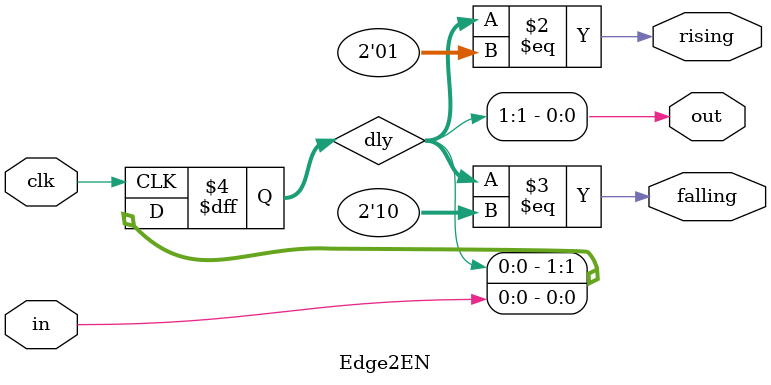
<source format=sv>
module Edge2EN #( parameter SYNC_STG = 1 )(
    input wire clk, in,
    output logic rising, falling, out
);

    logic [SYNC_STG:0] dly;
    always_ff@(posedge clk) begin  
        dly <= { dly[ SYNC_STG - 1 : 0] , in}; end

    assign rising = (SYNC_STG? dly[SYNC_STG-:2] : {dly,in} ) == 2'b01;      
    assign falling = (SYNC_STG? dly[SYNC_STG-:2] : {dly,in} ) == 2'b10;
    assign out = dly[SYNC_STG];

endmodule

</source>
